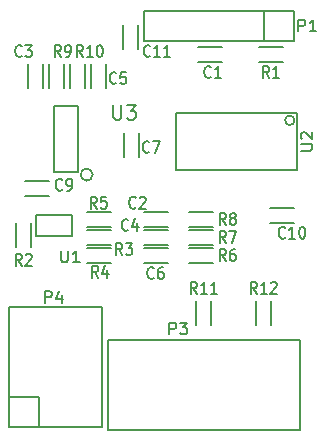
<source format=gto>
G04 #@! TF.FileFunction,Legend,Top*
%FSLAX46Y46*%
G04 Gerber Fmt 4.6, Leading zero omitted, Abs format (unit mm)*
G04 Created by KiCad (PCBNEW 4.0.1-stable) date 2/4/2016 12:26:45 PM*
%MOMM*%
G01*
G04 APERTURE LIST*
%ADD10C,0.100000*%
%ADD11C,0.150000*%
%ADD12C,0.203200*%
G04 APERTURE END LIST*
D10*
D11*
X143764000Y-92837000D02*
X145796000Y-92837000D01*
X143764000Y-91567000D02*
X145796000Y-91567000D01*
X141224000Y-105537000D02*
X139192000Y-105537000D01*
X141224000Y-106807000D02*
X139192000Y-106807000D01*
X129413000Y-92964000D02*
X129413000Y-94996000D01*
X130683000Y-92964000D02*
X130683000Y-94996000D01*
X141224000Y-107061000D02*
X139192000Y-107061000D01*
X141224000Y-108331000D02*
X139192000Y-108331000D01*
X134747000Y-92964000D02*
X134747000Y-94996000D01*
X136017000Y-92964000D02*
X136017000Y-94996000D01*
X141224000Y-108585000D02*
X139192000Y-108585000D01*
X141224000Y-109855000D02*
X139192000Y-109855000D01*
X138811000Y-100838000D02*
X138811000Y-98806000D01*
X137541000Y-100838000D02*
X137541000Y-98806000D01*
X149352000Y-91059000D02*
X149352000Y-88519000D01*
X151892000Y-91059000D02*
X139192000Y-91059000D01*
X139192000Y-91059000D02*
X139192000Y-88519000D01*
X139192000Y-88519000D02*
X151892000Y-88519000D01*
X151892000Y-88519000D02*
X151892000Y-91059000D01*
X136144000Y-116332000D02*
X152400000Y-116332000D01*
X152400000Y-116332000D02*
X152400000Y-123952000D01*
X152400000Y-123952000D02*
X136144000Y-123952000D01*
X136144000Y-116332000D02*
X136144000Y-123952000D01*
X130302000Y-123698000D02*
X130302000Y-121158000D01*
X130302000Y-121158000D02*
X127762000Y-121158000D01*
X127762000Y-113538000D02*
X135636000Y-113538000D01*
X135636000Y-113538000D02*
X135636000Y-123698000D01*
X135636000Y-123698000D02*
X127762000Y-123698000D01*
X127762000Y-123698000D02*
X127762000Y-113538000D01*
X148971000Y-92837000D02*
X151003000Y-92837000D01*
X148971000Y-91567000D02*
X151003000Y-91567000D01*
X129667000Y-108458000D02*
X129667000Y-106426000D01*
X128397000Y-108458000D02*
X128397000Y-106426000D01*
X134366000Y-108331000D02*
X136398000Y-108331000D01*
X134366000Y-107061000D02*
X136398000Y-107061000D01*
X136398000Y-108585000D02*
X134366000Y-108585000D01*
X136398000Y-109855000D02*
X134366000Y-109855000D01*
X136398000Y-105537000D02*
X134366000Y-105537000D01*
X136398000Y-106807000D02*
X134366000Y-106807000D01*
X143002000Y-109855000D02*
X145034000Y-109855000D01*
X143002000Y-108585000D02*
X145034000Y-108585000D01*
X143002000Y-108331000D02*
X145034000Y-108331000D01*
X143002000Y-107061000D02*
X145034000Y-107061000D01*
X143002000Y-106807000D02*
X145034000Y-106807000D01*
X143002000Y-105537000D02*
X145034000Y-105537000D01*
X132461000Y-94996000D02*
X132461000Y-92964000D01*
X131191000Y-94996000D02*
X131191000Y-92964000D01*
X134239000Y-94996000D02*
X134239000Y-92964000D01*
X132969000Y-94996000D02*
X132969000Y-92964000D01*
X144907000Y-115062000D02*
X144907000Y-113030000D01*
X143637000Y-115062000D02*
X143637000Y-113030000D01*
X148717000Y-113030000D02*
X148717000Y-115062000D01*
X149987000Y-113030000D02*
X149987000Y-115062000D01*
X133096000Y-105791000D02*
X133096000Y-107569000D01*
X133096000Y-107569000D02*
X130048000Y-107569000D01*
X130048000Y-107569000D02*
X130048000Y-105791000D01*
X130048000Y-105791000D02*
X133096000Y-105791000D01*
X151966000Y-97768000D02*
G75*
G03X151966000Y-97768000I-400000J0D01*
G01*
X152166000Y-101968000D02*
X152166000Y-97168000D01*
X152166000Y-97168000D02*
X141966000Y-97168000D01*
X141966000Y-97168000D02*
X141966000Y-101968000D01*
X141966000Y-101968000D02*
X152166000Y-101968000D01*
X134874000Y-102362000D02*
G75*
G03X134874000Y-102362000I-508000J0D01*
G01*
X131572000Y-96520000D02*
X131572000Y-102108000D01*
X131572000Y-102108000D02*
X133604000Y-102108000D01*
X133604000Y-102108000D02*
X133604000Y-96520000D01*
X133604000Y-96520000D02*
X131572000Y-96520000D01*
X129159000Y-104140000D02*
X131191000Y-104140000D01*
X129159000Y-102870000D02*
X131191000Y-102870000D01*
X151892000Y-105156000D02*
X149860000Y-105156000D01*
X151892000Y-106426000D02*
X149860000Y-106426000D01*
X137414000Y-89662000D02*
X137414000Y-91694000D01*
X138684000Y-89662000D02*
X138684000Y-91694000D01*
D12*
X144885834Y-94088857D02*
X144843500Y-94137238D01*
X144716500Y-94185619D01*
X144631834Y-94185619D01*
X144504834Y-94137238D01*
X144420167Y-94040476D01*
X144377834Y-93943714D01*
X144335500Y-93750190D01*
X144335500Y-93605048D01*
X144377834Y-93411524D01*
X144420167Y-93314762D01*
X144504834Y-93218000D01*
X144631834Y-93169619D01*
X144716500Y-93169619D01*
X144843500Y-93218000D01*
X144885834Y-93266381D01*
X145732500Y-94185619D02*
X145224500Y-94185619D01*
X145478500Y-94185619D02*
X145478500Y-93169619D01*
X145393834Y-93314762D01*
X145309167Y-93411524D01*
X145224500Y-93459905D01*
X138535834Y-105137857D02*
X138493500Y-105186238D01*
X138366500Y-105234619D01*
X138281834Y-105234619D01*
X138154834Y-105186238D01*
X138070167Y-105089476D01*
X138027834Y-104992714D01*
X137985500Y-104799190D01*
X137985500Y-104654048D01*
X138027834Y-104460524D01*
X138070167Y-104363762D01*
X138154834Y-104267000D01*
X138281834Y-104218619D01*
X138366500Y-104218619D01*
X138493500Y-104267000D01*
X138535834Y-104315381D01*
X138874500Y-104315381D02*
X138916834Y-104267000D01*
X139001500Y-104218619D01*
X139213167Y-104218619D01*
X139297834Y-104267000D01*
X139340167Y-104315381D01*
X139382500Y-104412143D01*
X139382500Y-104508905D01*
X139340167Y-104654048D01*
X138832167Y-105234619D01*
X139382500Y-105234619D01*
X128883834Y-92310857D02*
X128841500Y-92359238D01*
X128714500Y-92407619D01*
X128629834Y-92407619D01*
X128502834Y-92359238D01*
X128418167Y-92262476D01*
X128375834Y-92165714D01*
X128333500Y-91972190D01*
X128333500Y-91827048D01*
X128375834Y-91633524D01*
X128418167Y-91536762D01*
X128502834Y-91440000D01*
X128629834Y-91391619D01*
X128714500Y-91391619D01*
X128841500Y-91440000D01*
X128883834Y-91488381D01*
X129180167Y-91391619D02*
X129730500Y-91391619D01*
X129434167Y-91778667D01*
X129561167Y-91778667D01*
X129645834Y-91827048D01*
X129688167Y-91875429D01*
X129730500Y-91972190D01*
X129730500Y-92214095D01*
X129688167Y-92310857D01*
X129645834Y-92359238D01*
X129561167Y-92407619D01*
X129307167Y-92407619D01*
X129222500Y-92359238D01*
X129180167Y-92310857D01*
X137900834Y-107042857D02*
X137858500Y-107091238D01*
X137731500Y-107139619D01*
X137646834Y-107139619D01*
X137519834Y-107091238D01*
X137435167Y-106994476D01*
X137392834Y-106897714D01*
X137350500Y-106704190D01*
X137350500Y-106559048D01*
X137392834Y-106365524D01*
X137435167Y-106268762D01*
X137519834Y-106172000D01*
X137646834Y-106123619D01*
X137731500Y-106123619D01*
X137858500Y-106172000D01*
X137900834Y-106220381D01*
X138662834Y-106462286D02*
X138662834Y-107139619D01*
X138451167Y-106075238D02*
X138239500Y-106800952D01*
X138789834Y-106800952D01*
X136884834Y-94596857D02*
X136842500Y-94645238D01*
X136715500Y-94693619D01*
X136630834Y-94693619D01*
X136503834Y-94645238D01*
X136419167Y-94548476D01*
X136376834Y-94451714D01*
X136334500Y-94258190D01*
X136334500Y-94113048D01*
X136376834Y-93919524D01*
X136419167Y-93822762D01*
X136503834Y-93726000D01*
X136630834Y-93677619D01*
X136715500Y-93677619D01*
X136842500Y-93726000D01*
X136884834Y-93774381D01*
X137689167Y-93677619D02*
X137265834Y-93677619D01*
X137223500Y-94161429D01*
X137265834Y-94113048D01*
X137350500Y-94064667D01*
X137562167Y-94064667D01*
X137646834Y-94113048D01*
X137689167Y-94161429D01*
X137731500Y-94258190D01*
X137731500Y-94500095D01*
X137689167Y-94596857D01*
X137646834Y-94645238D01*
X137562167Y-94693619D01*
X137350500Y-94693619D01*
X137265834Y-94645238D01*
X137223500Y-94596857D01*
X140059834Y-111106857D02*
X140017500Y-111155238D01*
X139890500Y-111203619D01*
X139805834Y-111203619D01*
X139678834Y-111155238D01*
X139594167Y-111058476D01*
X139551834Y-110961714D01*
X139509500Y-110768190D01*
X139509500Y-110623048D01*
X139551834Y-110429524D01*
X139594167Y-110332762D01*
X139678834Y-110236000D01*
X139805834Y-110187619D01*
X139890500Y-110187619D01*
X140017500Y-110236000D01*
X140059834Y-110284381D01*
X140821834Y-110187619D02*
X140652500Y-110187619D01*
X140567834Y-110236000D01*
X140525500Y-110284381D01*
X140440834Y-110429524D01*
X140398500Y-110623048D01*
X140398500Y-111010095D01*
X140440834Y-111106857D01*
X140483167Y-111155238D01*
X140567834Y-111203619D01*
X140737167Y-111203619D01*
X140821834Y-111155238D01*
X140864167Y-111106857D01*
X140906500Y-111010095D01*
X140906500Y-110768190D01*
X140864167Y-110671429D01*
X140821834Y-110623048D01*
X140737167Y-110574667D01*
X140567834Y-110574667D01*
X140483167Y-110623048D01*
X140440834Y-110671429D01*
X140398500Y-110768190D01*
X139678834Y-100438857D02*
X139636500Y-100487238D01*
X139509500Y-100535619D01*
X139424834Y-100535619D01*
X139297834Y-100487238D01*
X139213167Y-100390476D01*
X139170834Y-100293714D01*
X139128500Y-100100190D01*
X139128500Y-99955048D01*
X139170834Y-99761524D01*
X139213167Y-99664762D01*
X139297834Y-99568000D01*
X139424834Y-99519619D01*
X139509500Y-99519619D01*
X139636500Y-99568000D01*
X139678834Y-99616381D01*
X139975167Y-99519619D02*
X140567834Y-99519619D01*
X140186834Y-100535619D01*
D11*
X152296905Y-90241381D02*
X152296905Y-89241381D01*
X152677858Y-89241381D01*
X152773096Y-89289000D01*
X152820715Y-89336619D01*
X152868334Y-89431857D01*
X152868334Y-89574714D01*
X152820715Y-89669952D01*
X152773096Y-89717571D01*
X152677858Y-89765190D01*
X152296905Y-89765190D01*
X153820715Y-90241381D02*
X153249286Y-90241381D01*
X153535000Y-90241381D02*
X153535000Y-89241381D01*
X153439762Y-89384238D01*
X153344524Y-89479476D01*
X153249286Y-89527095D01*
X141374905Y-115895381D02*
X141374905Y-114895381D01*
X141755858Y-114895381D01*
X141851096Y-114943000D01*
X141898715Y-114990619D01*
X141946334Y-115085857D01*
X141946334Y-115228714D01*
X141898715Y-115323952D01*
X141851096Y-115371571D01*
X141755858Y-115419190D01*
X141374905Y-115419190D01*
X142279667Y-114895381D02*
X142898715Y-114895381D01*
X142565381Y-115276333D01*
X142708239Y-115276333D01*
X142803477Y-115323952D01*
X142851096Y-115371571D01*
X142898715Y-115466810D01*
X142898715Y-115704905D01*
X142851096Y-115800143D01*
X142803477Y-115847762D01*
X142708239Y-115895381D01*
X142422524Y-115895381D01*
X142327286Y-115847762D01*
X142279667Y-115800143D01*
X130833905Y-113228381D02*
X130833905Y-112228381D01*
X131214858Y-112228381D01*
X131310096Y-112276000D01*
X131357715Y-112323619D01*
X131405334Y-112418857D01*
X131405334Y-112561714D01*
X131357715Y-112656952D01*
X131310096Y-112704571D01*
X131214858Y-112752190D01*
X130833905Y-112752190D01*
X132262477Y-112561714D02*
X132262477Y-113228381D01*
X132024381Y-112180762D02*
X131786286Y-112895048D01*
X132405334Y-112895048D01*
D12*
X149838834Y-94185619D02*
X149542500Y-93701810D01*
X149330834Y-94185619D02*
X149330834Y-93169619D01*
X149669500Y-93169619D01*
X149754167Y-93218000D01*
X149796500Y-93266381D01*
X149838834Y-93363143D01*
X149838834Y-93508286D01*
X149796500Y-93605048D01*
X149754167Y-93653429D01*
X149669500Y-93701810D01*
X149330834Y-93701810D01*
X150685500Y-94185619D02*
X150177500Y-94185619D01*
X150431500Y-94185619D02*
X150431500Y-93169619D01*
X150346834Y-93314762D01*
X150262167Y-93411524D01*
X150177500Y-93459905D01*
X128883834Y-110060619D02*
X128587500Y-109576810D01*
X128375834Y-110060619D02*
X128375834Y-109044619D01*
X128714500Y-109044619D01*
X128799167Y-109093000D01*
X128841500Y-109141381D01*
X128883834Y-109238143D01*
X128883834Y-109383286D01*
X128841500Y-109480048D01*
X128799167Y-109528429D01*
X128714500Y-109576810D01*
X128375834Y-109576810D01*
X129222500Y-109141381D02*
X129264834Y-109093000D01*
X129349500Y-109044619D01*
X129561167Y-109044619D01*
X129645834Y-109093000D01*
X129688167Y-109141381D01*
X129730500Y-109238143D01*
X129730500Y-109334905D01*
X129688167Y-109480048D01*
X129180167Y-110060619D01*
X129730500Y-110060619D01*
X137392834Y-109171619D02*
X137096500Y-108687810D01*
X136884834Y-109171619D02*
X136884834Y-108155619D01*
X137223500Y-108155619D01*
X137308167Y-108204000D01*
X137350500Y-108252381D01*
X137392834Y-108349143D01*
X137392834Y-108494286D01*
X137350500Y-108591048D01*
X137308167Y-108639429D01*
X137223500Y-108687810D01*
X136884834Y-108687810D01*
X137689167Y-108155619D02*
X138239500Y-108155619D01*
X137943167Y-108542667D01*
X138070167Y-108542667D01*
X138154834Y-108591048D01*
X138197167Y-108639429D01*
X138239500Y-108736190D01*
X138239500Y-108978095D01*
X138197167Y-109074857D01*
X138154834Y-109123238D01*
X138070167Y-109171619D01*
X137816167Y-109171619D01*
X137731500Y-109123238D01*
X137689167Y-109074857D01*
X135360834Y-111076619D02*
X135064500Y-110592810D01*
X134852834Y-111076619D02*
X134852834Y-110060619D01*
X135191500Y-110060619D01*
X135276167Y-110109000D01*
X135318500Y-110157381D01*
X135360834Y-110254143D01*
X135360834Y-110399286D01*
X135318500Y-110496048D01*
X135276167Y-110544429D01*
X135191500Y-110592810D01*
X134852834Y-110592810D01*
X136122834Y-110399286D02*
X136122834Y-111076619D01*
X135911167Y-110012238D02*
X135699500Y-110737952D01*
X136249834Y-110737952D01*
X135233834Y-105234619D02*
X134937500Y-104750810D01*
X134725834Y-105234619D02*
X134725834Y-104218619D01*
X135064500Y-104218619D01*
X135149167Y-104267000D01*
X135191500Y-104315381D01*
X135233834Y-104412143D01*
X135233834Y-104557286D01*
X135191500Y-104654048D01*
X135149167Y-104702429D01*
X135064500Y-104750810D01*
X134725834Y-104750810D01*
X136038167Y-104218619D02*
X135614834Y-104218619D01*
X135572500Y-104702429D01*
X135614834Y-104654048D01*
X135699500Y-104605667D01*
X135911167Y-104605667D01*
X135995834Y-104654048D01*
X136038167Y-104702429D01*
X136080500Y-104799190D01*
X136080500Y-105041095D01*
X136038167Y-105137857D01*
X135995834Y-105186238D01*
X135911167Y-105234619D01*
X135699500Y-105234619D01*
X135614834Y-105186238D01*
X135572500Y-105137857D01*
X146155834Y-109679619D02*
X145859500Y-109195810D01*
X145647834Y-109679619D02*
X145647834Y-108663619D01*
X145986500Y-108663619D01*
X146071167Y-108712000D01*
X146113500Y-108760381D01*
X146155834Y-108857143D01*
X146155834Y-109002286D01*
X146113500Y-109099048D01*
X146071167Y-109147429D01*
X145986500Y-109195810D01*
X145647834Y-109195810D01*
X146917834Y-108663619D02*
X146748500Y-108663619D01*
X146663834Y-108712000D01*
X146621500Y-108760381D01*
X146536834Y-108905524D01*
X146494500Y-109099048D01*
X146494500Y-109486095D01*
X146536834Y-109582857D01*
X146579167Y-109631238D01*
X146663834Y-109679619D01*
X146833167Y-109679619D01*
X146917834Y-109631238D01*
X146960167Y-109582857D01*
X147002500Y-109486095D01*
X147002500Y-109244190D01*
X146960167Y-109147429D01*
X146917834Y-109099048D01*
X146833167Y-109050667D01*
X146663834Y-109050667D01*
X146579167Y-109099048D01*
X146536834Y-109147429D01*
X146494500Y-109244190D01*
X146155834Y-108155619D02*
X145859500Y-107671810D01*
X145647834Y-108155619D02*
X145647834Y-107139619D01*
X145986500Y-107139619D01*
X146071167Y-107188000D01*
X146113500Y-107236381D01*
X146155834Y-107333143D01*
X146155834Y-107478286D01*
X146113500Y-107575048D01*
X146071167Y-107623429D01*
X145986500Y-107671810D01*
X145647834Y-107671810D01*
X146452167Y-107139619D02*
X147044834Y-107139619D01*
X146663834Y-108155619D01*
X146155834Y-106631619D02*
X145859500Y-106147810D01*
X145647834Y-106631619D02*
X145647834Y-105615619D01*
X145986500Y-105615619D01*
X146071167Y-105664000D01*
X146113500Y-105712381D01*
X146155834Y-105809143D01*
X146155834Y-105954286D01*
X146113500Y-106051048D01*
X146071167Y-106099429D01*
X145986500Y-106147810D01*
X145647834Y-106147810D01*
X146663834Y-106051048D02*
X146579167Y-106002667D01*
X146536834Y-105954286D01*
X146494500Y-105857524D01*
X146494500Y-105809143D01*
X146536834Y-105712381D01*
X146579167Y-105664000D01*
X146663834Y-105615619D01*
X146833167Y-105615619D01*
X146917834Y-105664000D01*
X146960167Y-105712381D01*
X147002500Y-105809143D01*
X147002500Y-105857524D01*
X146960167Y-105954286D01*
X146917834Y-106002667D01*
X146833167Y-106051048D01*
X146663834Y-106051048D01*
X146579167Y-106099429D01*
X146536834Y-106147810D01*
X146494500Y-106244571D01*
X146494500Y-106438095D01*
X146536834Y-106534857D01*
X146579167Y-106583238D01*
X146663834Y-106631619D01*
X146833167Y-106631619D01*
X146917834Y-106583238D01*
X146960167Y-106534857D01*
X147002500Y-106438095D01*
X147002500Y-106244571D01*
X146960167Y-106147810D01*
X146917834Y-106099429D01*
X146833167Y-106051048D01*
X132185834Y-92407619D02*
X131889500Y-91923810D01*
X131677834Y-92407619D02*
X131677834Y-91391619D01*
X132016500Y-91391619D01*
X132101167Y-91440000D01*
X132143500Y-91488381D01*
X132185834Y-91585143D01*
X132185834Y-91730286D01*
X132143500Y-91827048D01*
X132101167Y-91875429D01*
X132016500Y-91923810D01*
X131677834Y-91923810D01*
X132609167Y-92407619D02*
X132778500Y-92407619D01*
X132863167Y-92359238D01*
X132905500Y-92310857D01*
X132990167Y-92165714D01*
X133032500Y-91972190D01*
X133032500Y-91585143D01*
X132990167Y-91488381D01*
X132947834Y-91440000D01*
X132863167Y-91391619D01*
X132693834Y-91391619D01*
X132609167Y-91440000D01*
X132566834Y-91488381D01*
X132524500Y-91585143D01*
X132524500Y-91827048D01*
X132566834Y-91923810D01*
X132609167Y-91972190D01*
X132693834Y-92020571D01*
X132863167Y-92020571D01*
X132947834Y-91972190D01*
X132990167Y-91923810D01*
X133032500Y-91827048D01*
X134048500Y-92407619D02*
X133752166Y-91923810D01*
X133540500Y-92407619D02*
X133540500Y-91391619D01*
X133879166Y-91391619D01*
X133963833Y-91440000D01*
X134006166Y-91488381D01*
X134048500Y-91585143D01*
X134048500Y-91730286D01*
X134006166Y-91827048D01*
X133963833Y-91875429D01*
X133879166Y-91923810D01*
X133540500Y-91923810D01*
X134895166Y-92407619D02*
X134387166Y-92407619D01*
X134641166Y-92407619D02*
X134641166Y-91391619D01*
X134556500Y-91536762D01*
X134471833Y-91633524D01*
X134387166Y-91681905D01*
X135445500Y-91391619D02*
X135530167Y-91391619D01*
X135614833Y-91440000D01*
X135657167Y-91488381D01*
X135699500Y-91585143D01*
X135741833Y-91778667D01*
X135741833Y-92020571D01*
X135699500Y-92214095D01*
X135657167Y-92310857D01*
X135614833Y-92359238D01*
X135530167Y-92407619D01*
X135445500Y-92407619D01*
X135360833Y-92359238D01*
X135318500Y-92310857D01*
X135276167Y-92214095D01*
X135233833Y-92020571D01*
X135233833Y-91778667D01*
X135276167Y-91585143D01*
X135318500Y-91488381D01*
X135360833Y-91440000D01*
X135445500Y-91391619D01*
X143700500Y-112473619D02*
X143404166Y-111989810D01*
X143192500Y-112473619D02*
X143192500Y-111457619D01*
X143531166Y-111457619D01*
X143615833Y-111506000D01*
X143658166Y-111554381D01*
X143700500Y-111651143D01*
X143700500Y-111796286D01*
X143658166Y-111893048D01*
X143615833Y-111941429D01*
X143531166Y-111989810D01*
X143192500Y-111989810D01*
X144547166Y-112473619D02*
X144039166Y-112473619D01*
X144293166Y-112473619D02*
X144293166Y-111457619D01*
X144208500Y-111602762D01*
X144123833Y-111699524D01*
X144039166Y-111747905D01*
X145393833Y-112473619D02*
X144885833Y-112473619D01*
X145139833Y-112473619D02*
X145139833Y-111457619D01*
X145055167Y-111602762D01*
X144970500Y-111699524D01*
X144885833Y-111747905D01*
X148780500Y-112473619D02*
X148484166Y-111989810D01*
X148272500Y-112473619D02*
X148272500Y-111457619D01*
X148611166Y-111457619D01*
X148695833Y-111506000D01*
X148738166Y-111554381D01*
X148780500Y-111651143D01*
X148780500Y-111796286D01*
X148738166Y-111893048D01*
X148695833Y-111941429D01*
X148611166Y-111989810D01*
X148272500Y-111989810D01*
X149627166Y-112473619D02*
X149119166Y-112473619D01*
X149373166Y-112473619D02*
X149373166Y-111457619D01*
X149288500Y-111602762D01*
X149203833Y-111699524D01*
X149119166Y-111747905D01*
X149965833Y-111554381D02*
X150008167Y-111506000D01*
X150092833Y-111457619D01*
X150304500Y-111457619D01*
X150389167Y-111506000D01*
X150431500Y-111554381D01*
X150473833Y-111651143D01*
X150473833Y-111747905D01*
X150431500Y-111893048D01*
X149923500Y-112473619D01*
X150473833Y-112473619D01*
D11*
X132207095Y-108799381D02*
X132207095Y-109608905D01*
X132254714Y-109704143D01*
X132302333Y-109751762D01*
X132397571Y-109799381D01*
X132588048Y-109799381D01*
X132683286Y-109751762D01*
X132730905Y-109704143D01*
X132778524Y-109608905D01*
X132778524Y-108799381D01*
X133778524Y-109799381D02*
X133207095Y-109799381D01*
X133492809Y-109799381D02*
X133492809Y-108799381D01*
X133397571Y-108942238D01*
X133302333Y-109037476D01*
X133207095Y-109085095D01*
X152487381Y-100329905D02*
X153296905Y-100329905D01*
X153392143Y-100282286D01*
X153439762Y-100234667D01*
X153487381Y-100139429D01*
X153487381Y-99948952D01*
X153439762Y-99853714D01*
X153392143Y-99806095D01*
X153296905Y-99758476D01*
X152487381Y-99758476D01*
X152582619Y-99329905D02*
X152535000Y-99282286D01*
X152487381Y-99187048D01*
X152487381Y-98948952D01*
X152535000Y-98853714D01*
X152582619Y-98806095D01*
X152677857Y-98758476D01*
X152773095Y-98758476D01*
X152915952Y-98806095D01*
X153487381Y-99377524D01*
X153487381Y-98758476D01*
X136626714Y-96497857D02*
X136626714Y-97469286D01*
X136683857Y-97583571D01*
X136741000Y-97640714D01*
X136855286Y-97697857D01*
X137083857Y-97697857D01*
X137198143Y-97640714D01*
X137255286Y-97583571D01*
X137312429Y-97469286D01*
X137312429Y-96497857D01*
X137769572Y-96497857D02*
X138512429Y-96497857D01*
X138112429Y-96955000D01*
X138283857Y-96955000D01*
X138398143Y-97012143D01*
X138455286Y-97069286D01*
X138512429Y-97183571D01*
X138512429Y-97469286D01*
X138455286Y-97583571D01*
X138398143Y-97640714D01*
X138283857Y-97697857D01*
X137941000Y-97697857D01*
X137826714Y-97640714D01*
X137769572Y-97583571D01*
D12*
X132312834Y-103613857D02*
X132270500Y-103662238D01*
X132143500Y-103710619D01*
X132058834Y-103710619D01*
X131931834Y-103662238D01*
X131847167Y-103565476D01*
X131804834Y-103468714D01*
X131762500Y-103275190D01*
X131762500Y-103130048D01*
X131804834Y-102936524D01*
X131847167Y-102839762D01*
X131931834Y-102743000D01*
X132058834Y-102694619D01*
X132143500Y-102694619D01*
X132270500Y-102743000D01*
X132312834Y-102791381D01*
X132736167Y-103710619D02*
X132905500Y-103710619D01*
X132990167Y-103662238D01*
X133032500Y-103613857D01*
X133117167Y-103468714D01*
X133159500Y-103275190D01*
X133159500Y-102888143D01*
X133117167Y-102791381D01*
X133074834Y-102743000D01*
X132990167Y-102694619D01*
X132820834Y-102694619D01*
X132736167Y-102743000D01*
X132693834Y-102791381D01*
X132651500Y-102888143D01*
X132651500Y-103130048D01*
X132693834Y-103226810D01*
X132736167Y-103275190D01*
X132820834Y-103323571D01*
X132990167Y-103323571D01*
X133074834Y-103275190D01*
X133117167Y-103226810D01*
X133159500Y-103130048D01*
X151193500Y-107677857D02*
X151151166Y-107726238D01*
X151024166Y-107774619D01*
X150939500Y-107774619D01*
X150812500Y-107726238D01*
X150727833Y-107629476D01*
X150685500Y-107532714D01*
X150643166Y-107339190D01*
X150643166Y-107194048D01*
X150685500Y-107000524D01*
X150727833Y-106903762D01*
X150812500Y-106807000D01*
X150939500Y-106758619D01*
X151024166Y-106758619D01*
X151151166Y-106807000D01*
X151193500Y-106855381D01*
X152040166Y-107774619D02*
X151532166Y-107774619D01*
X151786166Y-107774619D02*
X151786166Y-106758619D01*
X151701500Y-106903762D01*
X151616833Y-107000524D01*
X151532166Y-107048905D01*
X152590500Y-106758619D02*
X152675167Y-106758619D01*
X152759833Y-106807000D01*
X152802167Y-106855381D01*
X152844500Y-106952143D01*
X152886833Y-107145667D01*
X152886833Y-107387571D01*
X152844500Y-107581095D01*
X152802167Y-107677857D01*
X152759833Y-107726238D01*
X152675167Y-107774619D01*
X152590500Y-107774619D01*
X152505833Y-107726238D01*
X152463500Y-107677857D01*
X152421167Y-107581095D01*
X152378833Y-107387571D01*
X152378833Y-107145667D01*
X152421167Y-106952143D01*
X152463500Y-106855381D01*
X152505833Y-106807000D01*
X152590500Y-106758619D01*
X139763500Y-92310857D02*
X139721166Y-92359238D01*
X139594166Y-92407619D01*
X139509500Y-92407619D01*
X139382500Y-92359238D01*
X139297833Y-92262476D01*
X139255500Y-92165714D01*
X139213166Y-91972190D01*
X139213166Y-91827048D01*
X139255500Y-91633524D01*
X139297833Y-91536762D01*
X139382500Y-91440000D01*
X139509500Y-91391619D01*
X139594166Y-91391619D01*
X139721166Y-91440000D01*
X139763500Y-91488381D01*
X140610166Y-92407619D02*
X140102166Y-92407619D01*
X140356166Y-92407619D02*
X140356166Y-91391619D01*
X140271500Y-91536762D01*
X140186833Y-91633524D01*
X140102166Y-91681905D01*
X141456833Y-92407619D02*
X140948833Y-92407619D01*
X141202833Y-92407619D02*
X141202833Y-91391619D01*
X141118167Y-91536762D01*
X141033500Y-91633524D01*
X140948833Y-91681905D01*
M02*

</source>
